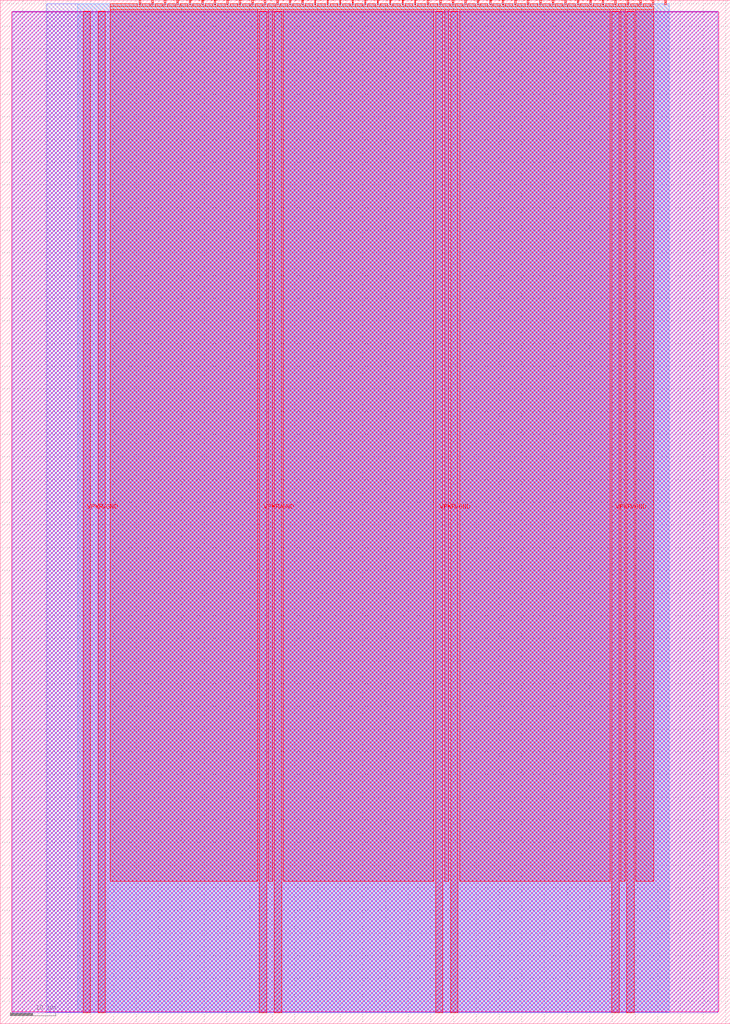
<source format=lef>
VERSION 5.7 ;
  NOWIREEXTENSIONATPIN ON ;
  DIVIDERCHAR "/" ;
  BUSBITCHARS "[]" ;
MACRO tt_um_libokuohai_asap_cpu_v1
  CLASS BLOCK ;
  FOREIGN tt_um_libokuohai_asap_cpu_v1 ;
  ORIGIN 0.000 0.000 ;
  SIZE 161.000 BY 225.760 ;
  PIN VGND
    DIRECTION INOUT ;
    USE GROUND ;
    PORT
      LAYER met4 ;
        RECT 21.580 2.480 23.180 223.280 ;
    END
    PORT
      LAYER met4 ;
        RECT 60.450 2.480 62.050 223.280 ;
    END
    PORT
      LAYER met4 ;
        RECT 99.320 2.480 100.920 223.280 ;
    END
    PORT
      LAYER met4 ;
        RECT 138.190 2.480 139.790 223.280 ;
    END
  END VGND
  PIN VPWR
    DIRECTION INOUT ;
    USE POWER ;
    PORT
      LAYER met4 ;
        RECT 18.280 2.480 19.880 223.280 ;
    END
    PORT
      LAYER met4 ;
        RECT 57.150 2.480 58.750 223.280 ;
    END
    PORT
      LAYER met4 ;
        RECT 96.020 2.480 97.620 223.280 ;
    END
    PORT
      LAYER met4 ;
        RECT 134.890 2.480 136.490 223.280 ;
    END
  END VPWR
  PIN clk
    DIRECTION INPUT ;
    USE SIGNAL ;
    ANTENNAGATEAREA 0.852000 ;
    PORT
      LAYER met4 ;
        RECT 143.830 224.760 144.130 225.760 ;
    END
  END clk
  PIN ena
    DIRECTION INPUT ;
    USE SIGNAL ;
    PORT
      LAYER met4 ;
        RECT 146.590 224.760 146.890 225.760 ;
    END
  END ena
  PIN rst_n
    DIRECTION INPUT ;
    USE SIGNAL ;
    ANTENNAGATEAREA 0.196500 ;
    PORT
      LAYER met4 ;
        RECT 141.070 224.760 141.370 225.760 ;
    END
  END rst_n
  PIN ui_in[0]
    DIRECTION INPUT ;
    USE SIGNAL ;
    ANTENNAGATEAREA 0.196500 ;
    PORT
      LAYER met4 ;
        RECT 138.310 224.760 138.610 225.760 ;
    END
  END ui_in[0]
  PIN ui_in[1]
    DIRECTION INPUT ;
    USE SIGNAL ;
    PORT
      LAYER met4 ;
        RECT 135.550 224.760 135.850 225.760 ;
    END
  END ui_in[1]
  PIN ui_in[2]
    DIRECTION INPUT ;
    USE SIGNAL ;
    PORT
      LAYER met4 ;
        RECT 132.790 224.760 133.090 225.760 ;
    END
  END ui_in[2]
  PIN ui_in[3]
    DIRECTION INPUT ;
    USE SIGNAL ;
    PORT
      LAYER met4 ;
        RECT 130.030 224.760 130.330 225.760 ;
    END
  END ui_in[3]
  PIN ui_in[4]
    DIRECTION INPUT ;
    USE SIGNAL ;
    PORT
      LAYER met4 ;
        RECT 127.270 224.760 127.570 225.760 ;
    END
  END ui_in[4]
  PIN ui_in[5]
    DIRECTION INPUT ;
    USE SIGNAL ;
    PORT
      LAYER met4 ;
        RECT 124.510 224.760 124.810 225.760 ;
    END
  END ui_in[5]
  PIN ui_in[6]
    DIRECTION INPUT ;
    USE SIGNAL ;
    PORT
      LAYER met4 ;
        RECT 121.750 224.760 122.050 225.760 ;
    END
  END ui_in[6]
  PIN ui_in[7]
    DIRECTION INPUT ;
    USE SIGNAL ;
    PORT
      LAYER met4 ;
        RECT 118.990 224.760 119.290 225.760 ;
    END
  END ui_in[7]
  PIN uio_in[0]
    DIRECTION INPUT ;
    USE SIGNAL ;
    PORT
      LAYER met4 ;
        RECT 116.230 224.760 116.530 225.760 ;
    END
  END uio_in[0]
  PIN uio_in[1]
    DIRECTION INPUT ;
    USE SIGNAL ;
    PORT
      LAYER met4 ;
        RECT 113.470 224.760 113.770 225.760 ;
    END
  END uio_in[1]
  PIN uio_in[2]
    DIRECTION INPUT ;
    USE SIGNAL ;
    PORT
      LAYER met4 ;
        RECT 110.710 224.760 111.010 225.760 ;
    END
  END uio_in[2]
  PIN uio_in[3]
    DIRECTION INPUT ;
    USE SIGNAL ;
    PORT
      LAYER met4 ;
        RECT 107.950 224.760 108.250 225.760 ;
    END
  END uio_in[3]
  PIN uio_in[4]
    DIRECTION INPUT ;
    USE SIGNAL ;
    PORT
      LAYER met4 ;
        RECT 105.190 224.760 105.490 225.760 ;
    END
  END uio_in[4]
  PIN uio_in[5]
    DIRECTION INPUT ;
    USE SIGNAL ;
    PORT
      LAYER met4 ;
        RECT 102.430 224.760 102.730 225.760 ;
    END
  END uio_in[5]
  PIN uio_in[6]
    DIRECTION INPUT ;
    USE SIGNAL ;
    PORT
      LAYER met4 ;
        RECT 99.670 224.760 99.970 225.760 ;
    END
  END uio_in[6]
  PIN uio_in[7]
    DIRECTION INPUT ;
    USE SIGNAL ;
    PORT
      LAYER met4 ;
        RECT 96.910 224.760 97.210 225.760 ;
    END
  END uio_in[7]
  PIN uio_oe[0]
    DIRECTION OUTPUT ;
    USE SIGNAL ;
    PORT
      LAYER met4 ;
        RECT 49.990 224.760 50.290 225.760 ;
    END
  END uio_oe[0]
  PIN uio_oe[1]
    DIRECTION OUTPUT ;
    USE SIGNAL ;
    PORT
      LAYER met4 ;
        RECT 47.230 224.760 47.530 225.760 ;
    END
  END uio_oe[1]
  PIN uio_oe[2]
    DIRECTION OUTPUT ;
    USE SIGNAL ;
    PORT
      LAYER met4 ;
        RECT 44.470 224.760 44.770 225.760 ;
    END
  END uio_oe[2]
  PIN uio_oe[3]
    DIRECTION OUTPUT ;
    USE SIGNAL ;
    PORT
      LAYER met4 ;
        RECT 41.710 224.760 42.010 225.760 ;
    END
  END uio_oe[3]
  PIN uio_oe[4]
    DIRECTION OUTPUT ;
    USE SIGNAL ;
    PORT
      LAYER met4 ;
        RECT 38.950 224.760 39.250 225.760 ;
    END
  END uio_oe[4]
  PIN uio_oe[5]
    DIRECTION OUTPUT ;
    USE SIGNAL ;
    PORT
      LAYER met4 ;
        RECT 36.190 224.760 36.490 225.760 ;
    END
  END uio_oe[5]
  PIN uio_oe[6]
    DIRECTION OUTPUT ;
    USE SIGNAL ;
    PORT
      LAYER met4 ;
        RECT 33.430 224.760 33.730 225.760 ;
    END
  END uio_oe[6]
  PIN uio_oe[7]
    DIRECTION OUTPUT ;
    USE SIGNAL ;
    PORT
      LAYER met4 ;
        RECT 30.670 224.760 30.970 225.760 ;
    END
  END uio_oe[7]
  PIN uio_out[0]
    DIRECTION OUTPUT ;
    USE SIGNAL ;
    ANTENNAGATEAREA 0.747000 ;
    ANTENNADIFFAREA 0.891000 ;
    PORT
      LAYER met4 ;
        RECT 72.070 224.760 72.370 225.760 ;
    END
  END uio_out[0]
  PIN uio_out[1]
    DIRECTION OUTPUT ;
    USE SIGNAL ;
    ANTENNAGATEAREA 1.116000 ;
    ANTENNADIFFAREA 1.320000 ;
    PORT
      LAYER met4 ;
        RECT 69.310 224.760 69.610 225.760 ;
    END
  END uio_out[1]
  PIN uio_out[2]
    DIRECTION OUTPUT ;
    USE SIGNAL ;
    ANTENNAGATEAREA 0.747000 ;
    ANTENNADIFFAREA 1.320000 ;
    PORT
      LAYER met4 ;
        RECT 66.550 224.760 66.850 225.760 ;
    END
  END uio_out[2]
  PIN uio_out[3]
    DIRECTION OUTPUT ;
    USE SIGNAL ;
    PORT
      LAYER met4 ;
        RECT 63.790 224.760 64.090 225.760 ;
    END
  END uio_out[3]
  PIN uio_out[4]
    DIRECTION OUTPUT ;
    USE SIGNAL ;
    PORT
      LAYER met4 ;
        RECT 61.030 224.760 61.330 225.760 ;
    END
  END uio_out[4]
  PIN uio_out[5]
    DIRECTION OUTPUT ;
    USE SIGNAL ;
    PORT
      LAYER met4 ;
        RECT 58.270 224.760 58.570 225.760 ;
    END
  END uio_out[5]
  PIN uio_out[6]
    DIRECTION OUTPUT ;
    USE SIGNAL ;
    PORT
      LAYER met4 ;
        RECT 55.510 224.760 55.810 225.760 ;
    END
  END uio_out[6]
  PIN uio_out[7]
    DIRECTION OUTPUT ;
    USE SIGNAL ;
    PORT
      LAYER met4 ;
        RECT 52.750 224.760 53.050 225.760 ;
    END
  END uio_out[7]
  PIN uo_out[0]
    DIRECTION OUTPUT ;
    USE SIGNAL ;
    ANTENNADIFFAREA 0.891000 ;
    PORT
      LAYER met4 ;
        RECT 94.150 224.760 94.450 225.760 ;
    END
  END uo_out[0]
  PIN uo_out[1]
    DIRECTION OUTPUT ;
    USE SIGNAL ;
    ANTENNADIFFAREA 0.891000 ;
    PORT
      LAYER met4 ;
        RECT 91.390 224.760 91.690 225.760 ;
    END
  END uo_out[1]
  PIN uo_out[2]
    DIRECTION OUTPUT ;
    USE SIGNAL ;
    ANTENNADIFFAREA 0.891000 ;
    PORT
      LAYER met4 ;
        RECT 88.630 224.760 88.930 225.760 ;
    END
  END uo_out[2]
  PIN uo_out[3]
    DIRECTION OUTPUT ;
    USE SIGNAL ;
    ANTENNADIFFAREA 0.891000 ;
    PORT
      LAYER met4 ;
        RECT 85.870 224.760 86.170 225.760 ;
    END
  END uo_out[3]
  PIN uo_out[4]
    DIRECTION OUTPUT ;
    USE SIGNAL ;
    ANTENNADIFFAREA 0.891000 ;
    PORT
      LAYER met4 ;
        RECT 83.110 224.760 83.410 225.760 ;
    END
  END uo_out[4]
  PIN uo_out[5]
    DIRECTION OUTPUT ;
    USE SIGNAL ;
    ANTENNADIFFAREA 0.891000 ;
    PORT
      LAYER met4 ;
        RECT 80.350 224.760 80.650 225.760 ;
    END
  END uo_out[5]
  PIN uo_out[6]
    DIRECTION OUTPUT ;
    USE SIGNAL ;
    ANTENNADIFFAREA 0.891000 ;
    PORT
      LAYER met4 ;
        RECT 77.590 224.760 77.890 225.760 ;
    END
  END uo_out[6]
  PIN uo_out[7]
    DIRECTION OUTPUT ;
    USE SIGNAL ;
    ANTENNADIFFAREA 0.445500 ;
    PORT
      LAYER met4 ;
        RECT 74.830 224.760 75.130 225.760 ;
    END
  END uo_out[7]
  OBS
      LAYER nwell ;
        RECT 2.570 2.635 158.430 223.230 ;
      LAYER li1 ;
        RECT 2.760 2.635 158.240 223.125 ;
      LAYER met1 ;
        RECT 2.760 2.480 158.240 223.280 ;
      LAYER met2 ;
        RECT 10.220 2.535 147.570 224.925 ;
      LAYER met3 ;
        RECT 17.085 2.555 147.595 224.905 ;
      LAYER met4 ;
        RECT 24.215 224.360 30.270 224.905 ;
        RECT 31.370 224.360 33.030 224.905 ;
        RECT 34.130 224.360 35.790 224.905 ;
        RECT 36.890 224.360 38.550 224.905 ;
        RECT 39.650 224.360 41.310 224.905 ;
        RECT 42.410 224.360 44.070 224.905 ;
        RECT 45.170 224.360 46.830 224.905 ;
        RECT 47.930 224.360 49.590 224.905 ;
        RECT 50.690 224.360 52.350 224.905 ;
        RECT 53.450 224.360 55.110 224.905 ;
        RECT 56.210 224.360 57.870 224.905 ;
        RECT 58.970 224.360 60.630 224.905 ;
        RECT 61.730 224.360 63.390 224.905 ;
        RECT 64.490 224.360 66.150 224.905 ;
        RECT 67.250 224.360 68.910 224.905 ;
        RECT 70.010 224.360 71.670 224.905 ;
        RECT 72.770 224.360 74.430 224.905 ;
        RECT 75.530 224.360 77.190 224.905 ;
        RECT 78.290 224.360 79.950 224.905 ;
        RECT 81.050 224.360 82.710 224.905 ;
        RECT 83.810 224.360 85.470 224.905 ;
        RECT 86.570 224.360 88.230 224.905 ;
        RECT 89.330 224.360 90.990 224.905 ;
        RECT 92.090 224.360 93.750 224.905 ;
        RECT 94.850 224.360 96.510 224.905 ;
        RECT 97.610 224.360 99.270 224.905 ;
        RECT 100.370 224.360 102.030 224.905 ;
        RECT 103.130 224.360 104.790 224.905 ;
        RECT 105.890 224.360 107.550 224.905 ;
        RECT 108.650 224.360 110.310 224.905 ;
        RECT 111.410 224.360 113.070 224.905 ;
        RECT 114.170 224.360 115.830 224.905 ;
        RECT 116.930 224.360 118.590 224.905 ;
        RECT 119.690 224.360 121.350 224.905 ;
        RECT 122.450 224.360 124.110 224.905 ;
        RECT 125.210 224.360 126.870 224.905 ;
        RECT 127.970 224.360 129.630 224.905 ;
        RECT 130.730 224.360 132.390 224.905 ;
        RECT 133.490 224.360 135.150 224.905 ;
        RECT 136.250 224.360 137.910 224.905 ;
        RECT 139.010 224.360 140.670 224.905 ;
        RECT 141.770 224.360 143.430 224.905 ;
        RECT 24.215 223.680 144.145 224.360 ;
        RECT 24.215 31.455 56.750 223.680 ;
        RECT 59.150 31.455 60.050 223.680 ;
        RECT 62.450 31.455 95.620 223.680 ;
        RECT 98.020 31.455 98.920 223.680 ;
        RECT 101.320 31.455 134.490 223.680 ;
        RECT 136.890 31.455 137.790 223.680 ;
        RECT 140.190 31.455 144.145 223.680 ;
  END
END tt_um_libokuohai_asap_cpu_v1
END LIBRARY


</source>
